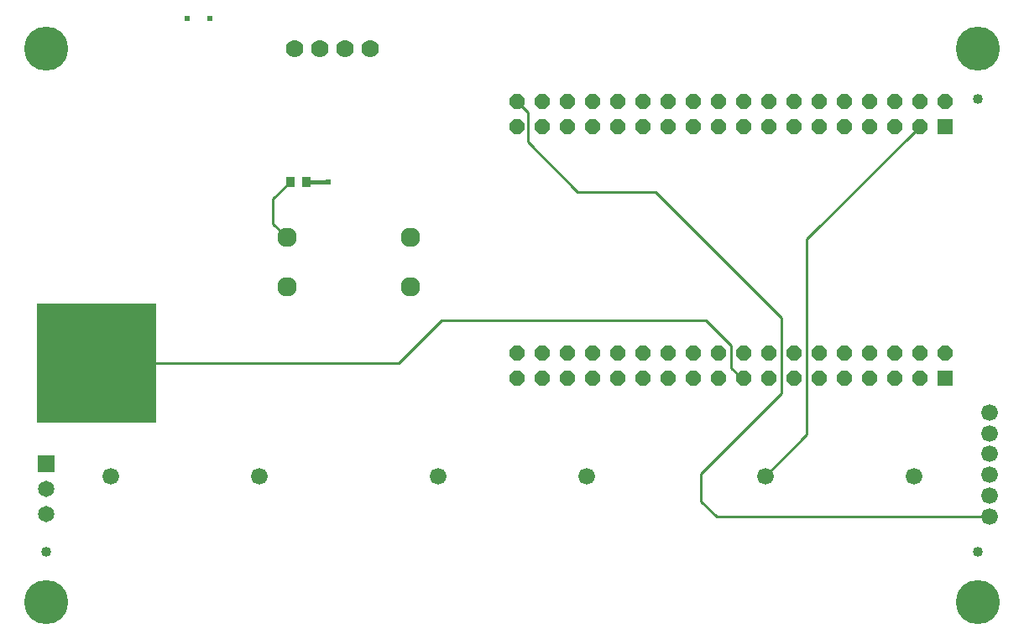
<source format=gbr>
G04 EAGLE Gerber RS-274X export*
G75*
%MOMM*%
%FSLAX34Y34*%
%LPD*%
%INBottom Copper*%
%IPPOS*%
%AMOC8*
5,1,8,0,0,1.08239X$1,22.5*%
G01*
%ADD10R,1.524000X1.524000*%
%ADD11P,1.649562X8X202.500000*%
%ADD12R,1.651000X1.651000*%
%ADD13C,1.651000*%
%ADD14C,1.960000*%
%ADD15C,1.778000*%
%ADD16R,0.949959X1.031241*%
%ADD17C,1.680000*%
%ADD18R,12.000000X12.000000*%
%ADD19C,4.445000*%
%ADD20C,1.016000*%
%ADD21C,0.609600*%
%ADD22C,0.381000*%
%ADD23C,0.254000*%


D10*
X944200Y263900D03*
D11*
X944200Y289300D03*
X918800Y263900D03*
X918800Y289300D03*
X893400Y263900D03*
X893400Y289300D03*
X868000Y263900D03*
X868000Y289300D03*
X842600Y263900D03*
X842600Y289300D03*
X817200Y263900D03*
X817200Y289300D03*
X791800Y263900D03*
X791800Y289300D03*
X766400Y263900D03*
X766400Y289300D03*
X741000Y263900D03*
X741000Y289300D03*
X715600Y263900D03*
X715600Y289300D03*
X690200Y263900D03*
X690200Y289300D03*
X664800Y263900D03*
X664800Y289300D03*
X639400Y263900D03*
X639400Y289300D03*
X614000Y263900D03*
X614000Y289300D03*
X588600Y263900D03*
X588600Y289300D03*
X563200Y263900D03*
X563200Y289300D03*
X537800Y263900D03*
X537800Y289300D03*
X512400Y263900D03*
X512400Y289300D03*
D10*
X944200Y517900D03*
D11*
X944200Y543300D03*
X918800Y517900D03*
X918800Y543300D03*
X893400Y517900D03*
X893400Y543300D03*
X868000Y517900D03*
X868000Y543300D03*
X842600Y517900D03*
X842600Y543300D03*
X817200Y517900D03*
X817200Y543300D03*
X791800Y517900D03*
X791800Y543300D03*
X766400Y517900D03*
X766400Y543300D03*
X741000Y517900D03*
X741000Y543300D03*
X715600Y517900D03*
X715600Y543300D03*
X690200Y517900D03*
X690200Y543300D03*
X664800Y517900D03*
X664800Y543300D03*
X639400Y517900D03*
X639400Y543300D03*
X614000Y517900D03*
X614000Y543300D03*
X588600Y517900D03*
X588600Y543300D03*
X563200Y517900D03*
X563200Y543300D03*
X537800Y517900D03*
X537800Y543300D03*
X512400Y517900D03*
X512400Y543300D03*
D12*
X38100Y177800D03*
D13*
X38100Y152400D03*
X38100Y127000D03*
D14*
X280400Y406000D03*
X280400Y356000D03*
X405400Y356000D03*
X405400Y406000D03*
D15*
X288290Y596900D03*
X313690Y596900D03*
X339090Y596900D03*
X364490Y596900D03*
D16*
X284099Y462280D03*
X300101Y462280D03*
D17*
X102800Y165100D03*
X252800Y165100D03*
X433000Y165100D03*
X583000Y165100D03*
X763200Y165100D03*
X913200Y165100D03*
X989900Y229300D03*
X989900Y208300D03*
X989900Y187300D03*
X989900Y166300D03*
X989900Y145300D03*
X989900Y124300D03*
D18*
X88900Y279400D03*
D19*
X38100Y38100D03*
X977900Y38100D03*
X38100Y596900D03*
X977900Y596900D03*
D20*
X38100Y88900D03*
X977900Y88900D03*
X977900Y546100D03*
D21*
X180340Y627380D03*
X203200Y627380D03*
D22*
X300101Y462280D02*
X322580Y462280D01*
D21*
X322580Y462280D03*
D23*
X284099Y462280D02*
X266700Y444881D01*
X266700Y419700D02*
X280400Y406000D01*
X266700Y419700D02*
X266700Y444881D01*
X713900Y124300D02*
X989900Y124300D01*
X713900Y124300D02*
X698500Y139700D01*
X698500Y167640D01*
X779780Y248920D01*
X779780Y325120D01*
X652780Y452120D01*
X574040Y452120D01*
X523830Y502330D01*
X523830Y531870D02*
X512400Y543300D01*
X523830Y531870D02*
X523830Y502330D01*
X805180Y207080D02*
X763200Y165100D01*
X805180Y404280D02*
X918800Y517900D01*
X805180Y404280D02*
X805180Y207080D01*
X393700Y279400D02*
X88900Y279400D01*
X393700Y279400D02*
X436880Y322580D01*
X703580Y322580D01*
X728980Y297180D01*
X728980Y274320D01*
X739400Y263900D01*
X741000Y263900D01*
M02*

</source>
